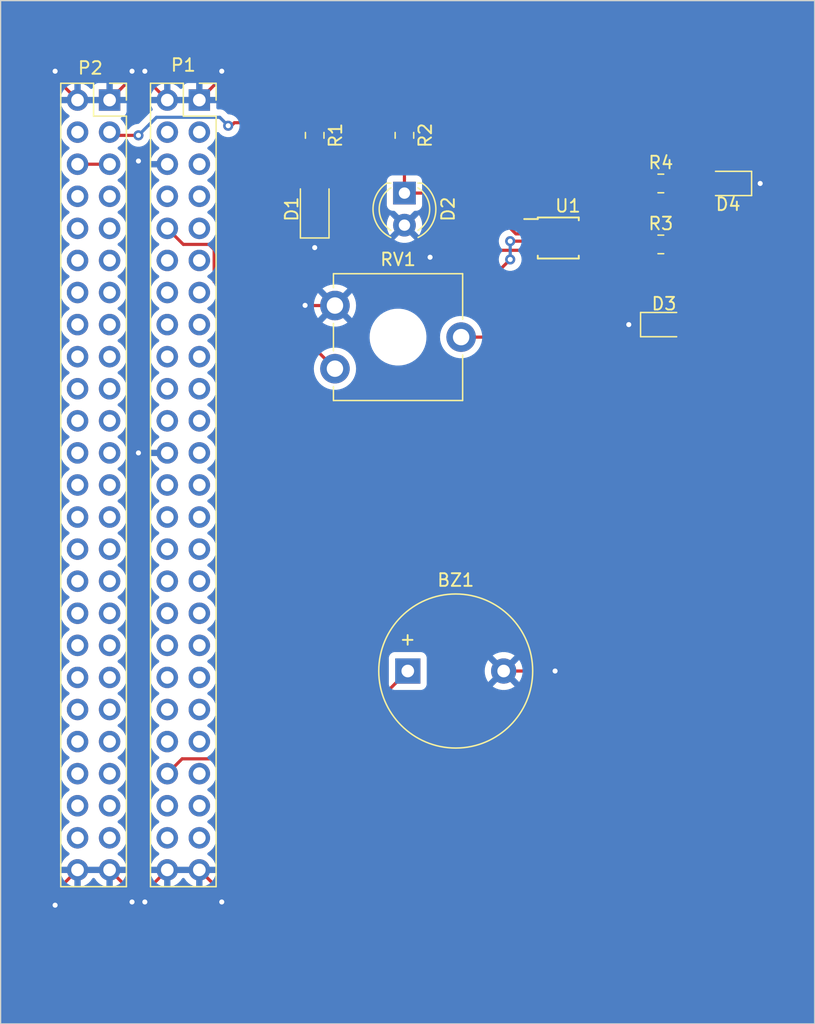
<source format=kicad_pcb>
(kicad_pcb (version 20221018) (generator pcbnew)
  (title_block (title "IR sensor object Detection") (comment 1 "Subsystem for Car Park Assistance") (comment 2 "Embedded Systems") (comment 3 "Shooq Alasousi"))
  (layers (0 "F.Cu" signal) (31 "B.Cu" signal) (34 "B.Paste" user) (35 "F.Paste" user) (36 "B.SilkS" user "B.Silkscreen") (37 "F.SilkS" user "F.Silkscreen") (38 "B.Mask" user) (39 "F.Mask" user) (44 "Edge.Cuts" user))
  (net 0 "")
  (net 1 "GND")
  (net 2 "Net-(D1-A)")
  (net 3 "Net-(D2-K)")
  (net 4 "IR_OUTPUT")
  (net 5 "Net-(D4-A)")
  (net 33 "Buzzer")
  (net 46 "+5V")
  (net 47 "+3V0")
  (net 51 "VDD")
  (net 94 "Net-(R3-Pad1)")
  (net 95 "Net-(U1-+)")
  (footprint "Resistor_SMD:R_0805_2012Metric" (layer "F.Cu") (at 139.446 62.738)
    (fp_text reference "R3" (at 0 -1.65) (layer "F.SilkS"))
    (fp_text value "100")
    (fp_line (start -0.227064 -0.735) (end 0.227064 -0.735) (stroke (width 0.12)) (layer "F.SilkS"))
    (fp_line (start -0.227064 0.735) (end 0.227064 0.735) (stroke (width 0.12)) (layer "F.SilkS"))
    (pad "1" smd roundrect (at -0.9125 0) (size 1.025 1.4) (layers "F.Cu" "F.Paste" "F.Mask") (roundrect_rratio 0.243902439) (net 94 "Net-(R3-Pad1)"))
    (pad "2" smd roundrect (at 0.9125 0) (size 1.025 1.4) (layers "F.Cu" "F.Paste" "F.Mask") (roundrect_rratio 0.243902439) (net 4 "IR_OUTPUT"))
  )
  (footprint "LED_THT:LED_D4.0mm" (layer "F.Cu") (at 119.126 58.674 -90)
    (fp_text reference "D2" (at 1.27 -3.46 90) (layer "F.SilkS"))
    (fp_text value "D_Photo")
    (fp_line (start -0.79 -1.399) (end -0.79 -1.08) (stroke (width 0.12)) (layer "F.SilkS"))
    (fp_line (start -0.79 1.08) (end -0.79 1.399) (stroke (width 0.12)) (layer "F.SilkS"))
    (fp_arc (start -0.79 -1.398749) (mid 1.453519 -2.483228) (end 3.513242 -1.080724) (stroke (width 0.12)) (layer "F.SilkS"))
    (fp_arc (start -0.41333 -1.08) (mid 1.269429 -2) (end 2.952713 -1.080961) (stroke (width 0.12)) (layer "F.SilkS"))
    (fp_arc (start 2.952713 1.080961) (mid 1.269429 2) (end -0.41333 1.08) (stroke (width 0.12)) (layer "F.SilkS"))
    (fp_arc (start 3.513242 1.080724) (mid 1.453519 2.483228) (end -0.79 1.398749) (stroke (width 0.12)) (layer "F.SilkS"))
    (pad "1" thru_hole rect (at 0 0 270) (size 1.8 1.8) (drill 0.9) (layers "*.Cu" "*.Mask") (net 3 "Net-(D2-K)"))
    (pad "2" thru_hole circle (at 2.54 0 270) (size 1.8 1.8) (drill 0.9) (layers "*.Cu" "*.Mask") (net 1 "GND"))
  )
  (footprint "Resistor_SMD:R_0805_2012Metric" (layer "F.Cu") (at 119.126 54.102 -90)
    (fp_text reference "R2" (at 0 -1.65 90) (layer "F.SilkS"))
    (fp_text value "330")
    (fp_line (start -0.227064 -0.735) (end 0.227064 -0.735) (stroke (width 0.12)) (layer "F.SilkS"))
    (fp_line (start -0.227064 0.735) (end 0.227064 0.735) (stroke (width 0.12)) (layer "F.SilkS"))
    (pad "1" smd roundrect (at -0.9125 0 270) (size 1.025 1.4) (layers "F.Cu" "F.Paste" "F.Mask") (roundrect_rratio 0.243902439) (net 51 "VDD"))
    (pad "2" smd roundrect (at 0.9125 0 270) (size 1.025 1.4) (layers "F.Cu" "F.Paste" "F.Mask") (roundrect_rratio 0.243902439) (net 3 "Net-(D2-K)"))
  )
  (footprint "Connector_PinSocket_2.54mm:PinSocket_2x25_P2.54mm_Vertical" (layer "F.Cu") (at 102.87 51.308)
    (fp_text reference "P1" (at -1.27 -2.77) (layer "F.SilkS"))
    (fp_text value "Discovery Board Conn 1")
    (fp_line (start -3.87 -1.33) (end -3.87 62.29) (stroke (width 0.12)) (layer "F.SilkS"))
    (fp_line (start -3.87 -1.33) (end -1.27 -1.33) (stroke (width 0.12)) (layer "F.SilkS"))
    (fp_line (start -3.87 62.29) (end 1.33 62.29) (stroke (width 0.12)) (layer "F.SilkS"))
    (fp_line (start -1.27 -1.33) (end -1.27 1.27) (stroke (width 0.12)) (layer "F.SilkS"))
    (fp_line (start -1.27 1.27) (end 1.33 1.27) (stroke (width 0.12)) (layer "F.SilkS"))
    (fp_line (start 0 -1.33) (end 1.33 -1.33) (stroke (width 0.12)) (layer "F.SilkS"))
    (fp_line (start 1.33 -1.33) (end 1.33 0) (stroke (width 0.12)) (layer "F.SilkS"))
    (fp_line (start 1.33 1.27) (end 1.33 62.29) (stroke (width 0.12)) (layer "F.SilkS"))
    (pad "1" thru_hole rect (at 0 0) (size 1.7 1.7) (drill 1) (layers "*.Cu" "*.Mask") (net 1 "GND"))
    (pad "2" thru_hole oval (at -2.54 0) (size 1.7 1.7) (drill 1) (layers "*.Cu" "*.Mask") (net 1 "GND"))
    (pad "3" thru_hole oval (at 0 2.54) (size 1.7 1.7) (drill 1) (layers "*.Cu" "*.Mask"))
    (pad "4" thru_hole oval (at -2.54 2.54) (size 1.7 1.7) (drill 1) (layers "*.Cu" "*.Mask"))
    (pad "5" thru_hole oval (at 0 5.08) (size 1.7 1.7) (drill 1) (layers "*.Cu" "*.Mask"))
    (pad "6" thru_hole oval (at -2.54 5.08) (size 1.7 1.7) (drill 1) (layers "*.Cu" "*.Mask") (net 1 "GND"))
    (pad "7" thru_hole oval (at 0 7.62) (size 1.7 1.7) (drill 1) (layers "*.Cu" "*.Mask"))
    (pad "8" thru_hole oval (at -2.54 7.62) (size 1.7 1.7) (drill 1) (layers "*.Cu" "*.Mask"))
    (pad "9" thru_hole oval (at 0 10.16) (size 1.7 1.7) (drill 1) (layers "*.Cu" "*.Mask"))
    (pad "10" thru_hole oval (at -2.54 10.16) (size 1.7 1.7) (drill 1) (layers "*.Cu" "*.Mask") (net 4 "IR_OUTPUT"))
    (pad "11" thru_hole oval (at 0 12.7) (size 1.7 1.7) (drill 1) (layers "*.Cu" "*.Mask"))
    (pad "12" thru_hole oval (at -2.54 12.7) (size 1.7 1.7) (drill 1) (layers "*.Cu" "*.Mask"))
    (pad "13" thru_hole oval (at 0 15.24) (size 1.7 1.7) (drill 1) (layers "*.Cu" "*.Mask"))
    (pad "14" thru_hole oval (at -2.54 15.24) (size 1.7 1.7) (drill 1) (layers "*.Cu" "*.Mask"))
    (pad "15" thru_hole oval (at 0 17.78) (size 1.7 1.7) (drill 1) (layers "*.Cu" "*.Mask"))
    (pad "16" thru_hole oval (at -2.54 17.78) (size 1.7 1.7) (drill 1) (layers "*.Cu" "*.Mask"))
    (pad "17" thru_hole oval (at 0 20.32) (size 1.7 1.7) (drill 1) (layers "*.Cu" "*.Mask"))
    (pad "18" thru_hole oval (at -2.54 20.32) (size 1.7 1.7) (drill 1) (layers "*.Cu" "*.Mask"))
    (pad "19" thru_hole oval (at 0 22.86) (size 1.7 1.7) (drill 1) (layers "*.Cu" "*.Mask"))
    (pad "20" thru_hole oval (at -2.54 22.86) (size 1.7 1.7) (drill 1) (layers "*.Cu" "*.Mask"))
    (pad "21" thru_hole oval (at 0 25.4) (size 1.7 1.7) (drill 1) (layers "*.Cu" "*.Mask"))
    (pad "22" thru_hole oval (at -2.54 25.4) (size 1.7 1.7) (drill 1) (layers "*.Cu" "*.Mask"))
    (pad "23" thru_hole oval (at 0 27.94) (size 1.7 1.7) (drill 1) (layers "*.Cu" "*.Mask"))
    (pad "24" thru_hole oval (at -2.54 27.94) (size 1.7 1.7) (drill 1) (layers "*.Cu" "*.Mask") (net 1 "GND"))
    (pad "25" thru_hole oval (at 0 30.48) (size 1.7 1.7) (drill 1) (layers "*.Cu" "*.Mask"))
    (pad "26" thru_hole oval (at -2.54 30.48) (size 1.7 1.7) (drill 1) (layers "*.Cu" "*.Mask"))
    (pad "27" thru_hole oval (at 0 33.02) (size 1.7 1.7) (drill 1) (layers "*.Cu" "*.Mask"))
    (pad "28" thru_hole oval (at -2.54 33.02) (size 1.7 1.7) (drill 1) (layers "*.Cu" "*.Mask"))
    (pad "29" thru_hole oval (at 0 35.56) (size 1.7 1.7) (drill 1) (layers "*.Cu" "*.Mask"))
    (pad "30" thru_hole oval (at -2.54 35.56) (size 1.7 1.7) (drill 1) (layers "*.Cu" "*.Mask"))
    (pad "31" thru_hole oval (at 0 38.1) (size 1.7 1.7) (drill 1) (layers "*.Cu" "*.Mask"))
    (pad "32" thru_hole oval (at -2.54 38.1) (size 1.7 1.7) (drill 1) (layers "*.Cu" "*.Mask"))
    (pad "33" thru_hole oval (at 0 40.64) (size 1.7 1.7) (drill 1) (layers "*.Cu" "*.Mask"))
    (pad "34" thru_hole oval (at -2.54 40.64) (size 1.7 1.7) (drill 1) (layers "*.Cu" "*.Mask"))
    (pad "35" thru_hole oval (at 0 43.18) (size 1.7 1.7) (drill 1) (layers "*.Cu" "*.Mask"))
    (pad "36" thru_hole oval (at -2.54 43.18) (size 1.7 1.7) (drill 1) (layers "*.Cu" "*.Mask"))
    (pad "37" thru_hole oval (at 0 45.72) (size 1.7 1.7) (drill 1) (layers "*.Cu" "*.Mask"))
    (pad "38" thru_hole oval (at -2.54 45.72) (size 1.7 1.7) (drill 1) (layers "*.Cu" "*.Mask"))
    (pad "39" thru_hole oval (at 0 48.26) (size 1.7 1.7) (drill 1) (layers "*.Cu" "*.Mask"))
    (pad "40" thru_hole oval (at -2.54 48.26) (size 1.7 1.7) (drill 1) (layers "*.Cu" "*.Mask"))
    (pad "41" thru_hole oval (at 0 50.8) (size 1.7 1.7) (drill 1) (layers "*.Cu" "*.Mask"))
    (pad "42" thru_hole oval (at -2.54 50.8) (size 1.7 1.7) (drill 1) (layers "*.Cu" "*.Mask"))
    (pad "43" thru_hole oval (at 0 53.34) (size 1.7 1.7) (drill 1) (layers "*.Cu" "*.Mask"))
    (pad "44" thru_hole oval (at -2.54 53.34) (size 1.7 1.7) (drill 1) (layers "*.Cu" "*.Mask") (net 33 "Buzzer"))
    (pad "45" thru_hole oval (at 0 55.88) (size 1.7 1.7) (drill 1) (layers "*.Cu" "*.Mask"))
    (pad "46" thru_hole oval (at -2.54 55.88) (size 1.7 1.7) (drill 1) (layers "*.Cu" "*.Mask"))
    (pad "47" thru_hole oval (at 0 58.42) (size 1.7 1.7) (drill 1) (layers "*.Cu" "*.Mask"))
    (pad "48" thru_hole oval (at -2.54 58.42) (size 1.7 1.7) (drill 1) (layers "*.Cu" "*.Mask"))
    (pad "49" thru_hole oval (at 0 60.96) (size 1.7 1.7) (drill 1) (layers "*.Cu" "*.Mask") (net 1 "GND"))
    (pad "50" thru_hole oval (at -2.54 60.96) (size 1.7 1.7) (drill 1) (layers "*.Cu" "*.Mask") (net 1 "GND"))
  )
  (footprint "Buzzer_Beeper:Buzzer_12x9.5RM7.6" (layer "F.Cu") (at 119.39 96.52)
    (fp_text reference "BZ1" (at 3.8 -7.2) (layer "F.SilkS"))
    (fp_text value "Buzzer")
    (fp_text user "+" (at -0.01 -2.54) (layer "F.SilkS"))
    (fp_circle (center 3.8 0) (end 9.9 0) (stroke (width 0.12)) (fill none) (layer "F.SilkS"))
    (pad "1" thru_hole rect (at 0 0) (size 2 2) (drill 1) (layers "*.Cu" "*.Mask") (net 33 "Buzzer"))
    (pad "2" thru_hole circle (at 7.6 0) (size 2 2) (drill 1) (layers "*.Cu" "*.Mask") (net 1 "GND"))
  )
  (footprint "Resistor_SMD:R_0805_2012Metric" (layer "F.Cu") (at 139.446 57.912)
    (fp_text reference "R4" (at 0 -1.65) (layer "F.SilkS"))
    (fp_text value "330")
    (fp_line (start -0.227064 -0.735) (end 0.227064 -0.735) (stroke (width 0.12)) (layer "F.SilkS"))
    (fp_line (start -0.227064 0.735) (end 0.227064 0.735) (stroke (width 0.12)) (layer "F.SilkS"))
    (pad "1" smd roundrect (at -0.9125 0) (size 1.025 1.4) (layers "F.Cu" "F.Paste" "F.Mask") (roundrect_rratio 0.243902439) (net 51 "VDD"))
    (pad "2" smd roundrect (at 0.9125 0) (size 1.025 1.4) (layers "F.Cu" "F.Paste" "F.Mask") (roundrect_rratio 0.243902439) (net 5 "Net-(D4-A)"))
  )
  (footprint "Resistor_SMD:R_0805_2012Metric_Pad1.20x1.40mm_HandSolder" (layer "F.Cu") (at 112.014 54.102 -90)
    (fp_text reference "R1" (at 0 -1.65 90) (layer "F.SilkS"))
    (fp_text value "330")
    (fp_line (start -0.227064 -0.735) (end 0.227064 -0.735) (stroke (width 0.12)) (layer "F.SilkS"))
    (fp_line (start -0.227064 0.735) (end 0.227064 0.735) (stroke (width 0.12)) (layer "F.SilkS"))
    (pad "1" smd roundrect (at -1 0 270) (size 1.2 1.4) (layers "F.Cu" "F.Paste" "F.Mask") (roundrect_rratio 0.2083333333) (net 51 "VDD"))
    (pad "2" smd roundrect (at 1 0 270) (size 1.2 1.4) (layers "F.Cu" "F.Paste" "F.Mask") (roundrect_rratio 0.2083333333) (net 2 "Net-(D1-A)"))
  )
  (footprint "Potentiometer_THT:Potentiometer_ACP_CA9-V10_Vertical_Hole" (layer "F.Cu") (at 113.618 72.579)
    (fp_text reference "RV1" (at 5 -8.65) (layer "F.SilkS"))
    (fp_text value "10k_Potentiometer")
    (fp_line (start -0.12 -7.521) (end -0.12 -6.426) (stroke (width 0.12)) (layer "F.SilkS"))
    (fp_line (start -0.12 -7.521) (end 10.12 -7.521) (stroke (width 0.12)) (layer "F.SilkS"))
    (fp_line (start -0.12 -3.574) (end -0.12 -1.425) (stroke (width 0.12)) (layer "F.SilkS"))
    (fp_line (start -0.12 1.425) (end -0.12 2.52) (stroke (width 0.12)) (layer "F.SilkS"))
    (fp_line (start -0.12 2.52) (end 10.12 2.52) (stroke (width 0.12)) (layer "F.SilkS"))
    (fp_line (start 10.12 -7.521) (end 10.12 -3.925) (stroke (width 0.12)) (layer "F.SilkS"))
    (fp_line (start 10.12 -1.075) (end 10.12 2.52) (stroke (width 0.12)) (layer "F.SilkS"))
    (pad "" np_thru_hole circle (at 5 -2.5) (size 4 4) (drill 4) (layers "*.Cu" "*.Mask"))
    (pad "1" thru_hole circle (at 0 0) (size 2.34 2.34) (drill 1.3) (layers "*.Cu" "*.Mask") (net 51 "VDD"))
    (pad "2" thru_hole circle (at 10 -2.5) (size 2.34 2.34) (drill 1.3) (layers "*.Cu" "*.Mask") (net 95 "Net-(U1-+)"))
    (pad "3" thru_hole circle (at 0 -5) (size 2.34 2.34) (drill 1.3) (layers "*.Cu" "*.Mask") (net 1 "GND"))
  )
  (footprint "LED_SMD:LED_0805_2012Metric_Pad1.15x1.40mm_HandSolder" (layer "F.Cu") (at 139.7 69.088)
    (fp_text reference "D3" (at 0 -1.65) (layer "F.SilkS"))
    (fp_text value "LED")
    (fp_line (start -1.86 -0.96) (end -1.86 0.96) (stroke (width 0.12)) (layer "F.SilkS"))
    (fp_line (start -1.86 0.96) (end 1 0.96) (stroke (width 0.12)) (layer "F.SilkS"))
    (fp_line (start 1 -0.96) (end -1.86 -0.96) (stroke (width 0.12)) (layer "F.SilkS"))
    (pad "1" smd roundrect (at -1.025 0) (size 1.15 1.4) (layers "F.Cu" "F.Paste" "F.Mask") (roundrect_rratio 0.2173913043) (net 1 "GND"))
    (pad "2" smd roundrect (at 1.025 0) (size 1.15 1.4) (layers "F.Cu" "F.Paste" "F.Mask") (roundrect_rratio 0.2173913043) (net 4 "IR_OUTPUT"))
  )
  (footprint "LED_SMD:LED_1206_3216Metric" (layer "F.Cu") (at 112.014 59.944 90)
    (fp_text reference "D1" (at 0 -1.82 90) (layer "F.SilkS"))
    (fp_text value "IR")
    (fp_line (start -2.285 -1.135) (end -2.285 1.135) (stroke (width 0.12)) (layer "F.SilkS"))
    (fp_line (start -2.285 1.135) (end 1.6 1.135) (stroke (width 0.12)) (layer "F.SilkS"))
    (fp_line (start 1.6 -1.135) (end -2.285 -1.135) (stroke (width 0.12)) (layer "F.SilkS"))
    (pad "1" smd roundrect (at -1.4 0 90) (size 1.25 1.75) (layers "F.Cu" "F.Paste" "F.Mask") (roundrect_rratio 0.2) (net 1 "GND"))
    (pad "2" smd roundrect (at 1.4 0 90) (size 1.25 1.75) (layers "F.Cu" "F.Paste" "F.Mask") (roundrect_rratio 0.2) (net 2 "Net-(D1-A)"))
  )
  (footprint "Connector_PinSocket_2.54mm:PinSocket_2x25_P2.54mm_Vertical" (layer "F.Cu") (at 95.758 51.308)
    (fp_text reference "P2" (at -1.524 -2.54) (layer "F.SilkS"))
    (fp_text value "Discovery Board Conn 2" hide)
    (fp_line (start -3.87 -1.33) (end -3.87 62.29) (stroke (width 0.12)) (layer "F.SilkS"))
    (fp_line (start -3.87 -1.33) (end -1.27 -1.33) (stroke (width 0.12)) (layer "F.SilkS"))
    (fp_line (start -3.87 62.29) (end 1.33 62.29) (stroke (width 0.12)) (layer "F.SilkS"))
    (fp_line (start -1.27 -1.33) (end -1.27 1.27) (stroke (width 0.12)) (layer "F.SilkS"))
    (fp_line (start -1.27 1.27) (end 1.33 1.27) (stroke (width 0.12)) (layer "F.SilkS"))
    (fp_line (start 0 -1.33) (end 1.33 -1.33) (stroke (width 0.12)) (layer "F.SilkS"))
    (fp_line (start 1.33 -1.33) (end 1.33 0) (stroke (width 0.12)) (layer "F.SilkS"))
    (fp_line (start 1.33 1.27) (end 1.33 62.29) (stroke (width 0.12)) (layer "F.SilkS"))
    (pad "1" thru_hole rect (at 0 0) (size 1.7 1.7) (drill 1) (layers "*.Cu" "*.Mask") (net 1 "GND"))
    (pad "2" thru_hole oval (at -2.54 0) (size 1.7 1.7) (drill 1) (layers "*.Cu" "*.Mask") (net 1 "GND"))
    (pad "3" thru_hole oval (at 0 2.54) (size 1.7 1.7) (drill 1) (layers "*.Cu" "*.Mask") (net 51 "VDD"))
    (pad "4" thru_hole oval (at -2.54 2.54) (size 1.7 1.7) (drill 1) (layers "*.Cu" "*.Mask") (net 46 "+5V"))
    (pad "5" thru_hole oval (at 0 5.08) (size 1.7 1.7) (drill 1) (layers "*.Cu" "*.Mask") (net 47 "+3V0"))
    (pad "6" thru_hole oval (at -2.54 5.08) (size 1.7 1.7) (drill 1) (layers "*.Cu" "*.Mask") (net 47 "+3V0"))
    (pad "7" thru_hole oval (at 0 7.62) (size 1.7 1.7) (drill 1) (layers "*.Cu" "*.Mask"))
    (pad "8" thru_hole oval (at -2.54 7.62) (size 1.7 1.7) (drill 1) (layers "*.Cu" "*.Mask"))
    (pad "9" thru_hole oval (at 0 10.16) (size 1.7 1.7) (drill 1) (layers "*.Cu" "*.Mask"))
    (pad "10" thru_hole oval (at -2.54 10.16) (size 1.7 1.7) (drill 1) (layers "*.Cu" "*.Mask"))
    (pad "11" thru_hole oval (at 0 12.7) (size 1.7 1.7) (drill 1) (layers "*.Cu" "*.Mask"))
    (pad "12" thru_hole oval (at -2.54 12.7) (size 1.7 1.7) (drill 1) (layers "*.Cu" "*.Mask"))
    (pad "13" thru_hole oval (at 0 15.24) (size 1.7 1.7) (drill 1) (layers "*.Cu" "*.Mask"))
    (pad "14" thru_hole oval (at -2.54 15.24) (size 1.7 1.7) (drill 1) (layers "*.Cu" "*.Mask"))
    (pad "15" thru_hole oval (at 0 17.78) (size 1.7 1.7) (drill 1) (layers "*.Cu" "*.Mask"))
    (pad "16" thru_hole oval (at -2.54 17.78) (size 1.7 1.7) (drill 1) (layers "*.Cu" "*.Mask"))
    (pad "17" thru_hole oval (at 0 20.32) (size 1.7 1.7) (drill 1) (layers "*.Cu" "*.Mask"))
    (pad "18" thru_hole oval (at -2.54 20.32) (size 1.7 1.7) (drill 1) (layers "*.Cu" "*.Mask"))
    (pad "19" thru_hole oval (at 0 22.86) (size 1.7 1.7) (drill 1) (layers "*.Cu" "*.Mask"))
    (pad "20" thru_hole oval (at -2.54 22.86) (size 1.7 1.7) (drill 1) (layers "*.Cu" "*.Mask"))
    (pad "21" thru_hole oval (at 0 25.4) (size 1.7 1.7) (drill 1) (layers "*.Cu" "*.Mask"))
    (pad "22" thru_hole oval (at -2.54 25.4) (size 1.7 1.7) (drill 1) (layers "*.Cu" "*.Mask"))
    (pad "23" thru_hole oval (at 0 27.94) (size 1.7 1.7) (drill 1) (layers "*.Cu" "*.Mask"))
    (pad "24" thru_hole oval (at -2.54 27.94) (size 1.7 1.7) (drill 1) (layers "*.Cu" "*.Mask"))
    (pad "25" thru_hole oval (at 0 30.48) (size 1.7 1.7) (drill 1) (layers "*.Cu" "*.Mask"))
    (pad "26" thru_hole oval (at -2.54 30.48) (size 1.7 1.7) (drill 1) (layers "*.Cu" "*.Mask"))
    (pad "27" thru_hole oval (at 0 33.02) (size 1.7 1.7) (drill 1) (layers "*.Cu" "*.Mask"))
    (pad "28" thru_hole oval (at -2.54 33.02) (size 1.7 1.7) (drill 1) (layers "*.Cu" "*.Mask"))
    (pad "29" thru_hole oval (at 0 35.56) (size 1.7 1.7) (drill 1) (layers "*.Cu" "*.Mask"))
    (pad "30" thru_hole oval (at -2.54 35.56) (size 1.7 1.7) (drill 1) (layers "*.Cu" "*.Mask"))
    (pad "31" thru_hole oval (at 0 38.1) (size 1.7 1.7) (drill 1) (layers "*.Cu" "*.Mask"))
    (pad "32" thru_hole oval (at -2.54 38.1) (size 1.7 1.7) (drill 1) (layers "*.Cu" "*.Mask"))
    (pad "33" thru_hole oval (at 0 40.64) (size 1.7 1.7) (drill 1) (layers "*.Cu" "*.Mask"))
    (pad "34" thru_hole oval (at -2.54 40.64) (size 1.7 1.7) (drill 1) (layers "*.Cu" "*.Mask"))
    (pad "35" thru_hole oval (at 0 43.18) (size 1.7 1.7) (drill 1) (layers "*.Cu" "*.Mask"))
    (pad "36" thru_hole oval (at -2.54 43.18) (size 1.7 1.7) (drill 1) (layers "*.Cu" "*.Mask"))
    (pad "37" thru_hole oval (at 0 45.72) (size 1.7 1.7) (drill 1) (layers "*.Cu" "*.Mask"))
    (pad "38" thru_hole oval (at -2.54 45.72) (size 1.7 1.7) (drill 1) (layers "*.Cu" "*.Mask"))
    (pad "39" thru_hole oval (at 0 48.26) (size 1.7 1.7) (drill 1) (layers "*.Cu" "*.Mask"))
    (pad "40" thru_hole oval (at -2.54 48.26) (size 1.7 1.7) (drill 1) (layers "*.Cu" "*.Mask"))
    (pad "41" thru_hole oval (at 0 50.8) (size 1.7 1.7) (drill 1) (layers "*.Cu" "*.Mask"))
    (pad "42" thru_hole oval (at -2.54 50.8) (size 1.7 1.7) (drill 1) (layers "*.Cu" "*.Mask"))
    (pad "43" thru_hole oval (at 0 53.34) (size 1.7 1.7) (drill 1) (layers "*.Cu" "*.Mask"))
    (pad "44" thru_hole oval (at -2.54 53.34) (size 1.7 1.7) (drill 1) (layers "*.Cu" "*.Mask"))
    (pad "45" thru_hole oval (at 0 55.88) (size 1.7 1.7) (drill 1) (layers "*.Cu" "*.Mask"))
    (pad "46" thru_hole oval (at -2.54 55.88) (size 1.7 1.7) (drill 1) (layers "*.Cu" "*.Mask"))
    (pad "47" thru_hole oval (at 0 58.42) (size 1.7 1.7) (drill 1) (layers "*.Cu" "*.Mask"))
    (pad "48" thru_hole oval (at -2.54 58.42) (size 1.7 1.7) (drill 1) (layers "*.Cu" "*.Mask"))
    (pad "49" thru_hole oval (at 0 60.96) (size 1.7 1.7) (drill 1) (layers "*.Cu" "*.Mask") (net 1 "GND"))
    (pad "50" thru_hole oval (at -2.54 60.96) (size 1.7 1.7) (drill 1) (layers "*.Cu" "*.Mask") (net 1 "GND"))
  )
  (footprint "LED_SMD:LED_0805_2012Metric_Pad1.15x1.40mm_HandSolder" (layer "F.Cu") (at 144.78 57.912 180)
    (fp_text reference "D4" (at 0 -1.65) (layer "F.SilkS"))
    (fp_text value "LED")
    (fp_line (start -1.86 -0.96) (end -1.86 0.96) (stroke (width 0.12)) (layer "F.SilkS"))
    (fp_line (start -1.86 0.96) (end 1 0.96) (stroke (width 0.12)) (layer "F.SilkS"))
    (fp_line (start 1 -0.96) (end -1.86 -0.96) (stroke (width 0.12)) (layer "F.SilkS"))
    (pad "1" smd roundrect (at -1.025 0 180) (size 1.15 1.4) (layers "F.Cu" "F.Paste" "F.Mask") (roundrect_rratio 0.2173913043) (net 1 "GND"))
    (pad "2" smd roundrect (at 1.025 0 180) (size 1.15 1.4) (layers "F.Cu" "F.Paste" "F.Mask") (roundrect_rratio 0.2173913043) (net 5 "Net-(D4-A)"))
  )
  (footprint "Package_SO:TSSOP-8_3x3mm_P0.65mm" (layer "F.Cu") (at 131.318 62.23)
    (fp_text reference "U1" (at 0.762 -2.54) (layer "F.SilkS"))
    (fp_text value "LM741")
    (fp_line (start -1.625 -1.625) (end -1.625 -1.5) (stroke (width 0.15)) (layer "F.SilkS"))
    (fp_line (start -1.625 -1.625) (end 1.625 -1.625) (stroke (width 0.15)) (layer "F.SilkS"))
    (fp_line (start -1.625 -1.5) (end -2.7 -1.5) (stroke (width 0.15)) (layer "F.SilkS"))
    (fp_line (start -1.625 1.625) (end -1.625 1.4) (stroke (width 0.15)) (layer "F.SilkS"))
    (fp_line (start -1.625 1.625) (end 1.625 1.625) (stroke (width 0.15)) (layer "F.SilkS"))
    (fp_line (start 1.625 -1.625) (end 1.625 -1.4) (stroke (width 0.15)) (layer "F.SilkS"))
    (fp_line (start 1.625 1.625) (end 1.625 1.4) (stroke (width 0.15)) (layer "F.SilkS"))
    (pad "1" smd rect (at -2.15 -0.975) (size 1.1 0.4) (layers "F.Cu" "F.Paste" "F.Mask"))
    (pad "2" smd rect (at -2.15 -0.325) (size 1.1 0.4) (layers "F.Cu" "F.Paste" "F.Mask") (net 3 "Net-(D2-K)"))
    (pad "3" smd rect (at -2.15 0.325) (size 1.1 0.4) (layers "F.Cu" "F.Paste" "F.Mask") (net 95 "Net-(U1-+)"))
    (pad "4" smd rect (at -2.15 0.975) (size 1.1 0.4) (layers "F.Cu" "F.Paste" "F.Mask") (net 1 "GND"))
    (pad "5" smd rect (at 2.15 0.975) (size 1.1 0.4) (layers "F.Cu" "F.Paste" "F.Mask"))
    (pad "6" smd rect (at 2.15 0.325) (size 1.1 0.4) (layers "F.Cu" "F.Paste" "F.Mask") (net 94 "Net-(R3-Pad1)"))
    (pad "7" smd rect (at 2.15 -0.325) (size 1.1 0.4) (layers "F.Cu" "F.Paste" "F.Mask") (net 51 "VDD"))
    (pad "8" smd rect (at 2.15 -0.975) (size 1.1 0.4) (layers "F.Cu" "F.Paste" "F.Mask"))
  )
  (gr_rect (start 87.122 43.434) (end 151.638 124.46) (stroke (width 0.1)) (fill none) (layer "Edge.Cuts"))
  (gr_text "IR Object Detection\nShooq Alasousi\nEmbedded Systems\n2023 " (at 123.444 120.904) (layer "F.Cu") (effects (font (size 1.5 1.5) (thickness 0.3) bold) (justify bottom)))
  (segment (start 98.552 49.022) (end 98.552 49.53) (width 0.25) (layer "F.Cu") (net 1))
  (segment (start 111.267 67.579) (end 111.252 67.564) (width 0.25) (layer "F.Cu") (net 1))
  (segment (start 100.33 79.248) (end 98.044 79.248) (width 0.25) (layer "F.Cu") (net 1))
  (segment (start 91.44 49.022) (end 91.44 49.53) (width 0.25) (layer "F.Cu") (net 1))
  (segment (start 97.536 49.022) (end 97.536 49.53) (width 0.25) (layer "F.Cu") (net 1))
  (segment (start 91.44 49.53) (end 93.218 51.308) (width 0.25) (layer "F.Cu") (net 1))
  (segment (start 98.552 49.53) (end 100.33 51.308) (width 0.25) (layer "F.Cu") (net 1))
  (segment (start 113.618 67.579) (end 111.267 67.579) (width 0.25) (layer "F.Cu") (net 1))
  (segment (start 97.536 49.53) (end 95.758 51.308) (width 0.25) (layer "F.Cu") (net 1))
  (segment (start 145.805 57.912) (end 147.32 57.912) (width 0.25) (layer "F.Cu") (net 1))
  (segment (start 138.675 69.088) (end 136.906 69.088) (width 0.25) (layer "F.Cu") (net 1))
  (segment (start 121.117 63.205) (end 129.168 63.205) (width 0.25) (layer "F.Cu") (net 1))
  (segment (start 104.648 114.046) (end 102.87 112.268) (width 0.25) (layer "F.Cu") (net 1))
  (segment (start 104.648 114.808) (end 104.648 114.046) (width 0.25) (layer "F.Cu") (net 1))
  (segment (start 97.536 114.808) (end 97.536 114.046) (width 0.25) (layer "F.Cu") (net 1))
  (segment (start 104.648 49.022) (end 104.648 49.53) (width 0.25) (layer "F.Cu") (net 1))
  (segment (start 100.33 56.388) (end 98.298 56.388) (width 0.25) (layer "F.Cu") (net 1))
  (segment (start 119.126 61.214) (end 121.117 63.205) (width 0.25) (layer "F.Cu") (net 1))
  (segment (start 121.158 63.246) (end 121.158 63.754) (width 0.25) (layer "F.Cu") (net 1))
  (segment (start 98.552 114.808) (end 98.552 114.046) (width 0.25) (layer "F.Cu") (net 1))
  (segment (start 98.552 114.046) (end 100.33 112.268) (width 0.25) (layer "F.Cu") (net 1))
  (segment (start 104.648 49.53) (end 102.87 51.308) (width 0.25) (layer "F.Cu") (net 1))
  (segment (start 91.44 114.046) (end 91.44 115.062) (width 0.25) (layer "F.Cu") (net 1))
  (segment (start 97.536 114.046) (end 95.758 112.268) (width 0.25) (layer "F.Cu") (net 1))
  (segment (start 98.298 56.388) (end 98.044 56.134) (width 0.25) (layer "F.Cu") (net 1))
  (segment (start 126.99 96.52) (end 131.064 96.52) (width 0.25) (layer "F.Cu") (net 1))
  (segment (start 93.218 112.268) (end 91.44 114.046) (width 0.25) (layer "F.Cu") (net 1))
  (segment (start 121.117 63.205) (end 121.158 63.246) (width 0.25) (layer "F.Cu") (net 1))
  (segment (start 112.014 61.344) (end 112.014 62.992) (width 0.25) (layer "F.Cu") (net 1))
  (via (at 131.064 96.52) (size 0.8) (drill 0.4) (layers "F.Cu" "B.Cu") (net 1))
  (via (at 136.906 69.088) (size 0.8) (drill 0.4) (layers "F.Cu" "B.Cu") (net 1))
  (via (at 104.648 49.022) (size 0.8) (drill 0.4) (layers "F.Cu" "B.Cu") (net 1))
  (via (at 147.32 57.912) (size 0.8) (drill 0.4) (layers "F.Cu" "B.Cu") (net 1))
  (via (at 91.44 115.062) (size 0.8) (drill 0.4) (layers "F.Cu" "B.Cu") (net 1))
  (via (at 104.648 114.808) (size 0.8) (drill 0.4) (layers "F.Cu" "B.Cu") (net 1))
  (via (at 98.552 114.808) (size 0.8) (drill 0.4) (layers "F.Cu" "B.Cu") (net 1))
  (via (at 121.158 63.754) (size 0.8) (drill 0.4) (layers "F.Cu" "B.Cu") (net 1))
  (via (at 97.536 114.808) (size 0.8) (drill 0.4) (layers "F.Cu" "B.Cu") (net 1))
  (via (at 97.536 49.022) (size 0.8) (drill 0.4) (layers "F.Cu" "B.Cu") (net 1))
  (via (at 98.552 49.022) (size 0.8) (drill 0.4) (layers "F.Cu" "B.Cu") (net 1))
  (via (at 111.252 67.564) (size 0.8) (drill 0.4) (layers "F.Cu" "B.Cu") (net 1))
  (via (at 91.44 49.022) (size 0.8) (drill 0.4) (layers "F.Cu" "B.Cu") (net 1))
  (via (at 98.044 79.248) (size 0.8) (drill 0.4) (layers "F.Cu" "B.Cu") (net 1))
  (via (at 112.014 62.992) (size 0.8) (drill 0.4) (layers "F.Cu" "B.Cu") (net 1))
  (via (at 98.044 56.134) (size 0.8) (drill 0.4) (layers "F.Cu" "B.Cu") (net 1))
  (segment (start 112.014 55.102) (end 112.014 58.544) (width 0.25) (layer "F.Cu") (net 2))
  (segment (start 119.126 58.674) (end 119.126 55.0145) (width 0.25) (layer "F.Cu") (net 3))
  (segment (start 124.726805 58.674) (end 119.126 58.674) (width 0.25) (layer "F.Cu") (net 3))
  (segment (start 127.957805 61.905) (end 124.726805 58.674) (width 0.25) (layer "F.Cu") (net 3))
  (segment (start 129.168 61.905) (end 127.957805 61.905) (width 0.25) (layer "F.Cu") (net 3))
  (segment (start 104.045 65.691) (end 110.744 72.39) (width 0.25) (layer "F.Cu") (net 4))
  (segment (start 140.716 77.978) (end 140.716 69.097) (width 0.25) (layer "F.Cu") (net 4))
  (segment (start 104.045 63.151001) (end 104.045 65.691) (width 0.25) (layer "F.Cu") (net 4))
  (segment (start 110.744 72.39) (end 110.744 77.978) (width 0.25) (layer "F.Cu") (net 4))
  (segment (start 140.725 63.1045) (end 140.3585 62.738) (width 0.25) (layer "F.Cu") (net 4))
  (segment (start 101.6 62.738) (end 103.631999 62.738) (width 0.25) (layer "F.Cu") (net 4))
  (segment (start 140.716 69.097) (end 140.725 69.088) (width 0.25) (layer "F.Cu") (net 4))
  (segment (start 103.631999 62.738) (end 104.045 63.151001) (width 0.25) (layer "F.Cu") (net 4))
  (segment (start 140.725 69.088) (end 140.725 63.1045) (width 0.25) (layer "F.Cu") (net 4))
  (segment (start 110.744 77.978) (end 140.716 77.978) (width 0.25) (layer "F.Cu") (net 4))
  (segment (start 100.33 61.468) (end 101.6 62.738) (width 0.25) (layer "F.Cu") (net 4))
  (segment (start 143.755 57.912) (end 140.3585 57.912) (width 0.25) (layer "F.Cu") (net 5))
  (segment (start 112.437 103.473) (end 101.505 103.473) (width 0.25) (layer "F.Cu") (net 33))
  (segment (start 101.505 103.473) (end 100.33 104.648) (width 0.25) (layer "F.Cu") (net 33))
  (segment (start 119.39 96.52) (end 112.437 103.473) (width 0.25) (layer "F.Cu") (net 33))
  (segment (start 95.758 56.388) (end 93.218 56.388) (width 0.25) (layer "F.Cu") (net 47))
  (segment (start 134.5405 61.905) (end 133.468 61.905) (width 0.25) (layer "F.Cu") (net 51))
  (segment (start 105.648 53.102) (end 105.41 53.34) (width 0.25) (layer "F.Cu") (net 51))
  (segment (start 119.0385 53.102) (end 119.126 53.1895) (width 0.25) (layer "F.Cu") (net 51))
  (segment (start 132.668 61.905) (end 133.468 61.905) (width 0.25) (layer "F.Cu") (net 51))
  (segment (start 119.126 53.1895) (end 123.9525 53.1895) (width 0.25) (layer "F.Cu") (net 51))
  (segment (start 98.044 54.102) (end 96.012 54.102) (width 0.25) (layer "F.Cu") (net 51))
  (segment (start 112.014 53.102) (end 119.0385 53.102) (width 0.25) (layer "F.Cu") (net 51))
  (segment (start 107.442 53.102) (end 105.648 53.102) (width 0.25) (layer "F.Cu") (net 51))
  (segment (start 138.5335 57.912) (end 134.5405 61.905) (width 0.25) (layer "F.Cu") (net 51))
  (segment (start 105.41 53.34) (end 105.156 53.34) (width 0.25) (layer "F.Cu") (net 51))
  (segment (start 96.012 54.102) (end 95.758 53.848) (width 0.25) (layer "F.Cu") (net 51))
  (segment (start 113.618 72.579) (end 107.442 66.403) (width 0.25) (layer "F.Cu") (net 51))
  (segment (start 107.442 66.403) (end 107.442 53.102) (width 0.25) (layer "F.Cu") (net 51))
  (segment (start 112.014 53.102) (end 107.442 53.102) (width 0.25) (layer "F.Cu") (net 51))
  (segment (start 123.9525 53.1895) (end 132.668 61.905) (width 0.25) (layer "F.Cu") (net 51))
  (via (at 105.156 53.34) (size 0.8) (drill 0.4) (layers "F.Cu" "B.Cu") (net 51))
  (via (at 98.044 54.102) (size 0.8) (drill 0.4) (layers "F.Cu" "B.Cu") (net 51))
  (segment (start 99.473 52.673) (end 98.044 54.102) (width 0.25) (layer "B.Cu") (net 51))
  (segment (start 104.489 52.673) (end 99.473 52.673) (width 0.25) (layer "B.Cu") (net 51))
  (segment (start 105.156 53.34) (end 104.489 52.673) (width 0.25) (layer "B.Cu") (net 51))
  (segment (start 138.3505 62.555) (end 138.5335 62.738) (width 0.25) (layer "F.Cu") (net 94))
  (segment (start 133.468 62.555) (end 138.3505 62.555) (width 0.25) (layer "F.Cu") (net 94))
  (segment (start 125.73 70.079) (end 125.73 65.7075) (width 0.25) (layer "F.Cu") (net 95))
  (segment (start 125.73 70.079) (end 123.618 70.079) (width 0.25) (layer "F.Cu") (net 95))
  (segment (start 125.73 65.7075) (end 127.508 63.9295) (width 0.25) (layer "F.Cu") (net 95))
  (segment (start 127.508 62.4805) (end 129.0935 62.4805) (width 0.25) (layer "F.Cu") (net 95))
  (segment (start 129.0935 62.4805) (end 129.168 62.555) (width 0.25) (layer "F.Cu") (net 95))
  (via (at 127.508 63.9295) (size 0.8) (drill 0.4) (layers "F.Cu" "B.Cu") (net 95))
  (via (at 127.508 62.4805) (size 0.8) (drill 0.4) (layers "F.Cu" "B.Cu") (net 95))
  (segment (start 127.508 63.9295) (end 127.508 62.4805) (width 0.25) (layer "B.Cu") (net 95))
  (zone (net 1) (net_name "GND") (layer "B.Cu") (connect_pads (clearance 0.5)) (min_thickness 0.25) (fill yes (thermal_gap 0.5) (thermal_bridge_width 0.5))
    (polygon (pts (xy 87.122 43.434) (xy 87.122 124.46) (xy 151.638 124.46) (xy 151.638 43.434)))
  )
)
</source>
